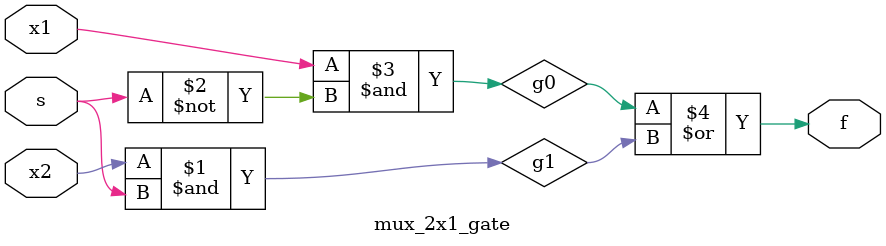
<source format=v>
`timescale 1ns / 1ps


module mux_2x1_gate(
    input x1, x2, s,
    output f
    );
    
    and A1 (g1, x2, s);
    and A0 (g0, x1, ~s);
    or O0 (f, g0, g1);
    
endmodule

</source>
